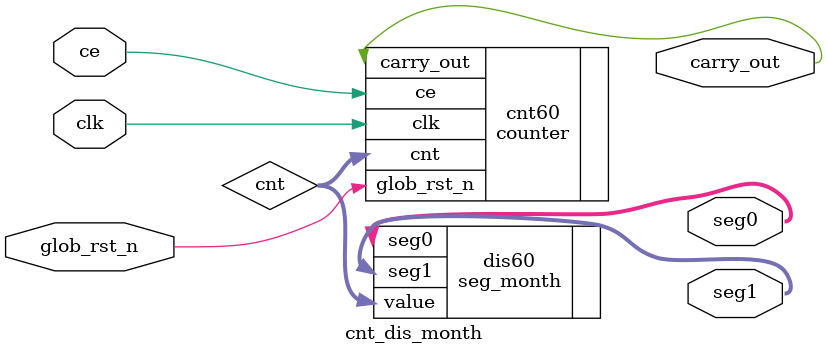
<source format=v>
module cnt_dis_month (
    input clk, glob_rst_n, ce,
    output carry_out,
    output [6:0] seg1, seg0
);
    wire [3:0] cnt;

    counter #(.NUMBER_OF_BIT(4), .RST_INIT(1), .RST_VALUE(4'd13)) cnt60 (
        .clk(clk),
        .ce(ce),
        .glob_rst_n(glob_rst_n),
        .cnt(cnt),
        .carry_out(carry_out)
    );

    seg_month dis60(
        .value(cnt),
        .seg0(seg0),
        .seg1(seg1)
    );

endmodule
</source>
